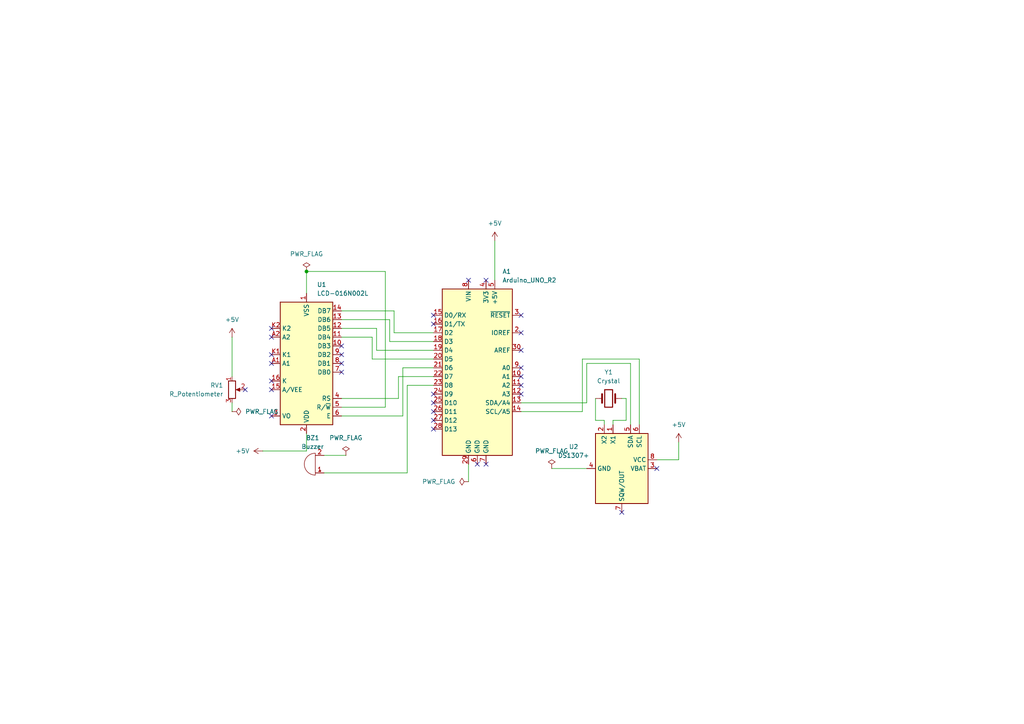
<source format=kicad_sch>
(kicad_sch
	(version 20231120)
	(generator "eeschema")
	(generator_version "8.0")
	(uuid "92fb0ac1-79d5-43e2-9da1-3a38e070acca")
	(paper "A4")
	(lib_symbols
		(symbol "Device:Buzzer"
			(pin_names
				(offset 0.0254) hide)
			(exclude_from_sim no)
			(in_bom yes)
			(on_board yes)
			(property "Reference" "BZ"
				(at 3.81 1.27 0)
				(effects
					(font
						(size 1.27 1.27)
					)
					(justify left)
				)
			)
			(property "Value" "Buzzer"
				(at 3.81 -1.27 0)
				(effects
					(font
						(size 1.27 1.27)
					)
					(justify left)
				)
			)
			(property "Footprint" ""
				(at -0.635 2.54 90)
				(effects
					(font
						(size 1.27 1.27)
					)
					(hide yes)
				)
			)
			(property "Datasheet" "~"
				(at -0.635 2.54 90)
				(effects
					(font
						(size 1.27 1.27)
					)
					(hide yes)
				)
			)
			(property "Description" "Buzzer, polarized"
				(at 0 0 0)
				(effects
					(font
						(size 1.27 1.27)
					)
					(hide yes)
				)
			)
			(property "ki_keywords" "quartz resonator ceramic"
				(at 0 0 0)
				(effects
					(font
						(size 1.27 1.27)
					)
					(hide yes)
				)
			)
			(property "ki_fp_filters" "*Buzzer*"
				(at 0 0 0)
				(effects
					(font
						(size 1.27 1.27)
					)
					(hide yes)
				)
			)
			(symbol "Buzzer_0_1"
				(arc
					(start 0 -3.175)
					(mid 3.1612 0)
					(end 0 3.175)
					(stroke
						(width 0)
						(type default)
					)
					(fill
						(type none)
					)
				)
				(polyline
					(pts
						(xy -1.651 1.905) (xy -1.143 1.905)
					)
					(stroke
						(width 0)
						(type default)
					)
					(fill
						(type none)
					)
				)
				(polyline
					(pts
						(xy -1.397 2.159) (xy -1.397 1.651)
					)
					(stroke
						(width 0)
						(type default)
					)
					(fill
						(type none)
					)
				)
				(polyline
					(pts
						(xy 0 3.175) (xy 0 -3.175)
					)
					(stroke
						(width 0)
						(type default)
					)
					(fill
						(type none)
					)
				)
			)
			(symbol "Buzzer_1_1"
				(pin passive line
					(at -2.54 2.54 0)
					(length 2.54)
					(name "+"
						(effects
							(font
								(size 1.27 1.27)
							)
						)
					)
					(number "1"
						(effects
							(font
								(size 1.27 1.27)
							)
						)
					)
				)
				(pin passive line
					(at -2.54 -2.54 0)
					(length 2.54)
					(name "-"
						(effects
							(font
								(size 1.27 1.27)
							)
						)
					)
					(number "2"
						(effects
							(font
								(size 1.27 1.27)
							)
						)
					)
				)
			)
		)
		(symbol "Device:Crystal"
			(pin_numbers hide)
			(pin_names
				(offset 1.016) hide)
			(exclude_from_sim no)
			(in_bom yes)
			(on_board yes)
			(property "Reference" "Y"
				(at 0 3.81 0)
				(effects
					(font
						(size 1.27 1.27)
					)
				)
			)
			(property "Value" "Crystal"
				(at 0 -3.81 0)
				(effects
					(font
						(size 1.27 1.27)
					)
				)
			)
			(property "Footprint" ""
				(at 0 0 0)
				(effects
					(font
						(size 1.27 1.27)
					)
					(hide yes)
				)
			)
			(property "Datasheet" "~"
				(at 0 0 0)
				(effects
					(font
						(size 1.27 1.27)
					)
					(hide yes)
				)
			)
			(property "Description" "Two pin crystal"
				(at 0 0 0)
				(effects
					(font
						(size 1.27 1.27)
					)
					(hide yes)
				)
			)
			(property "ki_keywords" "quartz ceramic resonator oscillator"
				(at 0 0 0)
				(effects
					(font
						(size 1.27 1.27)
					)
					(hide yes)
				)
			)
			(property "ki_fp_filters" "Crystal*"
				(at 0 0 0)
				(effects
					(font
						(size 1.27 1.27)
					)
					(hide yes)
				)
			)
			(symbol "Crystal_0_1"
				(rectangle
					(start -1.143 2.54)
					(end 1.143 -2.54)
					(stroke
						(width 0.3048)
						(type default)
					)
					(fill
						(type none)
					)
				)
				(polyline
					(pts
						(xy -2.54 0) (xy -1.905 0)
					)
					(stroke
						(width 0)
						(type default)
					)
					(fill
						(type none)
					)
				)
				(polyline
					(pts
						(xy -1.905 -1.27) (xy -1.905 1.27)
					)
					(stroke
						(width 0.508)
						(type default)
					)
					(fill
						(type none)
					)
				)
				(polyline
					(pts
						(xy 1.905 -1.27) (xy 1.905 1.27)
					)
					(stroke
						(width 0.508)
						(type default)
					)
					(fill
						(type none)
					)
				)
				(polyline
					(pts
						(xy 2.54 0) (xy 1.905 0)
					)
					(stroke
						(width 0)
						(type default)
					)
					(fill
						(type none)
					)
				)
			)
			(symbol "Crystal_1_1"
				(pin passive line
					(at -3.81 0 0)
					(length 1.27)
					(name "1"
						(effects
							(font
								(size 1.27 1.27)
							)
						)
					)
					(number "1"
						(effects
							(font
								(size 1.27 1.27)
							)
						)
					)
				)
				(pin passive line
					(at 3.81 0 180)
					(length 1.27)
					(name "2"
						(effects
							(font
								(size 1.27 1.27)
							)
						)
					)
					(number "2"
						(effects
							(font
								(size 1.27 1.27)
							)
						)
					)
				)
			)
		)
		(symbol "Device:R_Potentiometer"
			(pin_names
				(offset 1.016) hide)
			(exclude_from_sim no)
			(in_bom yes)
			(on_board yes)
			(property "Reference" "RV"
				(at -4.445 0 90)
				(effects
					(font
						(size 1.27 1.27)
					)
				)
			)
			(property "Value" "R_Potentiometer"
				(at -2.54 0 90)
				(effects
					(font
						(size 1.27 1.27)
					)
				)
			)
			(property "Footprint" ""
				(at 0 0 0)
				(effects
					(font
						(size 1.27 1.27)
					)
					(hide yes)
				)
			)
			(property "Datasheet" "~"
				(at 0 0 0)
				(effects
					(font
						(size 1.27 1.27)
					)
					(hide yes)
				)
			)
			(property "Description" "Potentiometer"
				(at 0 0 0)
				(effects
					(font
						(size 1.27 1.27)
					)
					(hide yes)
				)
			)
			(property "ki_keywords" "resistor variable"
				(at 0 0 0)
				(effects
					(font
						(size 1.27 1.27)
					)
					(hide yes)
				)
			)
			(property "ki_fp_filters" "Potentiometer*"
				(at 0 0 0)
				(effects
					(font
						(size 1.27 1.27)
					)
					(hide yes)
				)
			)
			(symbol "R_Potentiometer_0_1"
				(polyline
					(pts
						(xy 2.54 0) (xy 1.524 0)
					)
					(stroke
						(width 0)
						(type default)
					)
					(fill
						(type none)
					)
				)
				(polyline
					(pts
						(xy 1.143 0) (xy 2.286 0.508) (xy 2.286 -0.508) (xy 1.143 0)
					)
					(stroke
						(width 0)
						(type default)
					)
					(fill
						(type outline)
					)
				)
				(rectangle
					(start 1.016 2.54)
					(end -1.016 -2.54)
					(stroke
						(width 0.254)
						(type default)
					)
					(fill
						(type none)
					)
				)
			)
			(symbol "R_Potentiometer_1_1"
				(pin passive line
					(at 0 3.81 270)
					(length 1.27)
					(name "1"
						(effects
							(font
								(size 1.27 1.27)
							)
						)
					)
					(number "1"
						(effects
							(font
								(size 1.27 1.27)
							)
						)
					)
				)
				(pin passive line
					(at 3.81 0 180)
					(length 1.27)
					(name "2"
						(effects
							(font
								(size 1.27 1.27)
							)
						)
					)
					(number "2"
						(effects
							(font
								(size 1.27 1.27)
							)
						)
					)
				)
				(pin passive line
					(at 0 -3.81 90)
					(length 1.27)
					(name "3"
						(effects
							(font
								(size 1.27 1.27)
							)
						)
					)
					(number "3"
						(effects
							(font
								(size 1.27 1.27)
							)
						)
					)
				)
			)
		)
		(symbol "Display_Character:LCD-016N002L"
			(exclude_from_sim no)
			(in_bom yes)
			(on_board yes)
			(property "Reference" "U"
				(at -6.35 18.796 0)
				(effects
					(font
						(size 1.27 1.27)
					)
				)
			)
			(property "Value" "LCD-016N002L"
				(at 8.636 18.796 0)
				(effects
					(font
						(size 1.27 1.27)
					)
				)
			)
			(property "Footprint" "Display:LCD-016N002L"
				(at 0.508 -23.368 0)
				(effects
					(font
						(size 1.27 1.27)
					)
					(hide yes)
				)
			)
			(property "Datasheet" "http://www.vishay.com/docs/37299/37299.pdf"
				(at 12.7 -7.62 0)
				(effects
					(font
						(size 1.27 1.27)
					)
					(hide yes)
				)
			)
			(property "Description" "LCD 12x2, 8 bit parallel bus, 3V or 5V VDD"
				(at 0 0 0)
				(effects
					(font
						(size 1.27 1.27)
					)
					(hide yes)
				)
			)
			(property "ki_keywords" "display LCD dot-matrix"
				(at 0 0 0)
				(effects
					(font
						(size 1.27 1.27)
					)
					(hide yes)
				)
			)
			(property "ki_fp_filters" "*LCD*016N002L*"
				(at 0 0 0)
				(effects
					(font
						(size 1.27 1.27)
					)
					(hide yes)
				)
			)
			(symbol "LCD-016N002L_1_1"
				(rectangle
					(start -7.62 17.78)
					(end 7.62 -17.78)
					(stroke
						(width 0.254)
						(type default)
					)
					(fill
						(type background)
					)
				)
				(pin power_in line
					(at 0 -20.32 90)
					(length 2.54)
					(name "VSS"
						(effects
							(font
								(size 1.27 1.27)
							)
						)
					)
					(number "1"
						(effects
							(font
								(size 1.27 1.27)
							)
						)
					)
				)
				(pin bidirectional line
					(at -10.16 -5.08 0)
					(length 2.54)
					(name "DB3"
						(effects
							(font
								(size 1.27 1.27)
							)
						)
					)
					(number "10"
						(effects
							(font
								(size 1.27 1.27)
							)
						)
					)
				)
				(pin bidirectional line
					(at -10.16 -7.62 0)
					(length 2.54)
					(name "DB4"
						(effects
							(font
								(size 1.27 1.27)
							)
						)
					)
					(number "11"
						(effects
							(font
								(size 1.27 1.27)
							)
						)
					)
				)
				(pin bidirectional line
					(at -10.16 -10.16 0)
					(length 2.54)
					(name "DB5"
						(effects
							(font
								(size 1.27 1.27)
							)
						)
					)
					(number "12"
						(effects
							(font
								(size 1.27 1.27)
							)
						)
					)
				)
				(pin bidirectional line
					(at -10.16 -12.7 0)
					(length 2.54)
					(name "DB6"
						(effects
							(font
								(size 1.27 1.27)
							)
						)
					)
					(number "13"
						(effects
							(font
								(size 1.27 1.27)
							)
						)
					)
				)
				(pin bidirectional line
					(at -10.16 -15.24 0)
					(length 2.54)
					(name "DB7"
						(effects
							(font
								(size 1.27 1.27)
							)
						)
					)
					(number "14"
						(effects
							(font
								(size 1.27 1.27)
							)
						)
					)
				)
				(pin power_in line
					(at 10.16 7.62 180)
					(length 2.54)
					(name "A/VEE"
						(effects
							(font
								(size 1.27 1.27)
							)
						)
					)
					(number "15"
						(effects
							(font
								(size 1.27 1.27)
							)
						)
					)
				)
				(pin power_in line
					(at 10.16 5.08 180)
					(length 2.54)
					(name "K"
						(effects
							(font
								(size 1.27 1.27)
							)
						)
					)
					(number "16"
						(effects
							(font
								(size 1.27 1.27)
							)
						)
					)
				)
				(pin power_in line
					(at 0 20.32 270)
					(length 2.54)
					(name "VDD"
						(effects
							(font
								(size 1.27 1.27)
							)
						)
					)
					(number "2"
						(effects
							(font
								(size 1.27 1.27)
							)
						)
					)
				)
				(pin input line
					(at 10.16 15.24 180)
					(length 2.54)
					(name "VO"
						(effects
							(font
								(size 1.27 1.27)
							)
						)
					)
					(number "3"
						(effects
							(font
								(size 1.27 1.27)
							)
						)
					)
				)
				(pin input line
					(at -10.16 10.16 0)
					(length 2.54)
					(name "RS"
						(effects
							(font
								(size 1.27 1.27)
							)
						)
					)
					(number "4"
						(effects
							(font
								(size 1.27 1.27)
							)
						)
					)
				)
				(pin input line
					(at -10.16 12.7 0)
					(length 2.54)
					(name "R/~{W}"
						(effects
							(font
								(size 1.27 1.27)
							)
						)
					)
					(number "5"
						(effects
							(font
								(size 1.27 1.27)
							)
						)
					)
				)
				(pin input line
					(at -10.16 15.24 0)
					(length 2.54)
					(name "E"
						(effects
							(font
								(size 1.27 1.27)
							)
						)
					)
					(number "6"
						(effects
							(font
								(size 1.27 1.27)
							)
						)
					)
				)
				(pin bidirectional line
					(at -10.16 2.54 0)
					(length 2.54)
					(name "DB0"
						(effects
							(font
								(size 1.27 1.27)
							)
						)
					)
					(number "7"
						(effects
							(font
								(size 1.27 1.27)
							)
						)
					)
				)
				(pin bidirectional line
					(at -10.16 0 0)
					(length 2.54)
					(name "DB1"
						(effects
							(font
								(size 1.27 1.27)
							)
						)
					)
					(number "8"
						(effects
							(font
								(size 1.27 1.27)
							)
						)
					)
				)
				(pin bidirectional line
					(at -10.16 -2.54 0)
					(length 2.54)
					(name "DB2"
						(effects
							(font
								(size 1.27 1.27)
							)
						)
					)
					(number "9"
						(effects
							(font
								(size 1.27 1.27)
							)
						)
					)
				)
				(pin power_in line
					(at 10.16 0 180)
					(length 2.54)
					(name "A1"
						(effects
							(font
								(size 1.27 1.27)
							)
						)
					)
					(number "A1"
						(effects
							(font
								(size 1.27 1.27)
							)
						)
					)
				)
				(pin power_in line
					(at 10.16 -7.62 180)
					(length 2.54)
					(name "A2"
						(effects
							(font
								(size 1.27 1.27)
							)
						)
					)
					(number "A2"
						(effects
							(font
								(size 1.27 1.27)
							)
						)
					)
				)
				(pin power_in line
					(at 10.16 -2.54 180)
					(length 2.54)
					(name "K1"
						(effects
							(font
								(size 1.27 1.27)
							)
						)
					)
					(number "K1"
						(effects
							(font
								(size 1.27 1.27)
							)
						)
					)
				)
				(pin power_in line
					(at 10.16 -10.16 180)
					(length 2.54)
					(name "K2"
						(effects
							(font
								(size 1.27 1.27)
							)
						)
					)
					(number "K2"
						(effects
							(font
								(size 1.27 1.27)
							)
						)
					)
				)
			)
		)
		(symbol "MCU_Module:Arduino_UNO_R2"
			(exclude_from_sim no)
			(in_bom yes)
			(on_board yes)
			(property "Reference" "A"
				(at -10.16 23.495 0)
				(effects
					(font
						(size 1.27 1.27)
					)
					(justify left bottom)
				)
			)
			(property "Value" "Arduino_UNO_R2"
				(at 5.08 -26.67 0)
				(effects
					(font
						(size 1.27 1.27)
					)
					(justify left top)
				)
			)
			(property "Footprint" "Module:Arduino_UNO_R2"
				(at 0 0 0)
				(effects
					(font
						(size 1.27 1.27)
						(italic yes)
					)
					(hide yes)
				)
			)
			(property "Datasheet" "https://www.arduino.cc/en/Main/arduinoBoardUno"
				(at 0 0 0)
				(effects
					(font
						(size 1.27 1.27)
					)
					(hide yes)
				)
			)
			(property "Description" "Arduino UNO Microcontroller Module, release 2"
				(at 0 0 0)
				(effects
					(font
						(size 1.27 1.27)
					)
					(hide yes)
				)
			)
			(property "ki_keywords" "Arduino UNO R3 Microcontroller Module Atmel AVR USB"
				(at 0 0 0)
				(effects
					(font
						(size 1.27 1.27)
					)
					(hide yes)
				)
			)
			(property "ki_fp_filters" "Arduino*UNO*R2*"
				(at 0 0 0)
				(effects
					(font
						(size 1.27 1.27)
					)
					(hide yes)
				)
			)
			(symbol "Arduino_UNO_R2_0_1"
				(rectangle
					(start -10.16 22.86)
					(end 10.16 -25.4)
					(stroke
						(width 0.254)
						(type default)
					)
					(fill
						(type background)
					)
				)
			)
			(symbol "Arduino_UNO_R2_1_1"
				(pin no_connect line
					(at -10.16 -20.32 0)
					(length 2.54) hide
					(name "NC"
						(effects
							(font
								(size 1.27 1.27)
							)
						)
					)
					(number "1"
						(effects
							(font
								(size 1.27 1.27)
							)
						)
					)
				)
				(pin bidirectional line
					(at 12.7 -2.54 180)
					(length 2.54)
					(name "A1"
						(effects
							(font
								(size 1.27 1.27)
							)
						)
					)
					(number "10"
						(effects
							(font
								(size 1.27 1.27)
							)
						)
					)
				)
				(pin bidirectional line
					(at 12.7 -5.08 180)
					(length 2.54)
					(name "A2"
						(effects
							(font
								(size 1.27 1.27)
							)
						)
					)
					(number "11"
						(effects
							(font
								(size 1.27 1.27)
							)
						)
					)
				)
				(pin bidirectional line
					(at 12.7 -7.62 180)
					(length 2.54)
					(name "A3"
						(effects
							(font
								(size 1.27 1.27)
							)
						)
					)
					(number "12"
						(effects
							(font
								(size 1.27 1.27)
							)
						)
					)
				)
				(pin bidirectional line
					(at 12.7 -10.16 180)
					(length 2.54)
					(name "SDA/A4"
						(effects
							(font
								(size 1.27 1.27)
							)
						)
					)
					(number "13"
						(effects
							(font
								(size 1.27 1.27)
							)
						)
					)
				)
				(pin bidirectional line
					(at 12.7 -12.7 180)
					(length 2.54)
					(name "SCL/A5"
						(effects
							(font
								(size 1.27 1.27)
							)
						)
					)
					(number "14"
						(effects
							(font
								(size 1.27 1.27)
							)
						)
					)
				)
				(pin bidirectional line
					(at -12.7 15.24 0)
					(length 2.54)
					(name "D0/RX"
						(effects
							(font
								(size 1.27 1.27)
							)
						)
					)
					(number "15"
						(effects
							(font
								(size 1.27 1.27)
							)
						)
					)
				)
				(pin bidirectional line
					(at -12.7 12.7 0)
					(length 2.54)
					(name "D1/TX"
						(effects
							(font
								(size 1.27 1.27)
							)
						)
					)
					(number "16"
						(effects
							(font
								(size 1.27 1.27)
							)
						)
					)
				)
				(pin bidirectional line
					(at -12.7 10.16 0)
					(length 2.54)
					(name "D2"
						(effects
							(font
								(size 1.27 1.27)
							)
						)
					)
					(number "17"
						(effects
							(font
								(size 1.27 1.27)
							)
						)
					)
				)
				(pin bidirectional line
					(at -12.7 7.62 0)
					(length 2.54)
					(name "D3"
						(effects
							(font
								(size 1.27 1.27)
							)
						)
					)
					(number "18"
						(effects
							(font
								(size 1.27 1.27)
							)
						)
					)
				)
				(pin bidirectional line
					(at -12.7 5.08 0)
					(length 2.54)
					(name "D4"
						(effects
							(font
								(size 1.27 1.27)
							)
						)
					)
					(number "19"
						(effects
							(font
								(size 1.27 1.27)
							)
						)
					)
				)
				(pin output line
					(at 12.7 10.16 180)
					(length 2.54)
					(name "IOREF"
						(effects
							(font
								(size 1.27 1.27)
							)
						)
					)
					(number "2"
						(effects
							(font
								(size 1.27 1.27)
							)
						)
					)
				)
				(pin bidirectional line
					(at -12.7 2.54 0)
					(length 2.54)
					(name "D5"
						(effects
							(font
								(size 1.27 1.27)
							)
						)
					)
					(number "20"
						(effects
							(font
								(size 1.27 1.27)
							)
						)
					)
				)
				(pin bidirectional line
					(at -12.7 0 0)
					(length 2.54)
					(name "D6"
						(effects
							(font
								(size 1.27 1.27)
							)
						)
					)
					(number "21"
						(effects
							(font
								(size 1.27 1.27)
							)
						)
					)
				)
				(pin bidirectional line
					(at -12.7 -2.54 0)
					(length 2.54)
					(name "D7"
						(effects
							(font
								(size 1.27 1.27)
							)
						)
					)
					(number "22"
						(effects
							(font
								(size 1.27 1.27)
							)
						)
					)
				)
				(pin bidirectional line
					(at -12.7 -5.08 0)
					(length 2.54)
					(name "D8"
						(effects
							(font
								(size 1.27 1.27)
							)
						)
					)
					(number "23"
						(effects
							(font
								(size 1.27 1.27)
							)
						)
					)
				)
				(pin bidirectional line
					(at -12.7 -7.62 0)
					(length 2.54)
					(name "D9"
						(effects
							(font
								(size 1.27 1.27)
							)
						)
					)
					(number "24"
						(effects
							(font
								(size 1.27 1.27)
							)
						)
					)
				)
				(pin bidirectional line
					(at -12.7 -10.16 0)
					(length 2.54)
					(name "D10"
						(effects
							(font
								(size 1.27 1.27)
							)
						)
					)
					(number "25"
						(effects
							(font
								(size 1.27 1.27)
							)
						)
					)
				)
				(pin bidirectional line
					(at -12.7 -12.7 0)
					(length 2.54)
					(name "D11"
						(effects
							(font
								(size 1.27 1.27)
							)
						)
					)
					(number "26"
						(effects
							(font
								(size 1.27 1.27)
							)
						)
					)
				)
				(pin bidirectional line
					(at -12.7 -15.24 0)
					(length 2.54)
					(name "D12"
						(effects
							(font
								(size 1.27 1.27)
							)
						)
					)
					(number "27"
						(effects
							(font
								(size 1.27 1.27)
							)
						)
					)
				)
				(pin bidirectional line
					(at -12.7 -17.78 0)
					(length 2.54)
					(name "D13"
						(effects
							(font
								(size 1.27 1.27)
							)
						)
					)
					(number "28"
						(effects
							(font
								(size 1.27 1.27)
							)
						)
					)
				)
				(pin power_in line
					(at -2.54 -27.94 90)
					(length 2.54)
					(name "GND"
						(effects
							(font
								(size 1.27 1.27)
							)
						)
					)
					(number "29"
						(effects
							(font
								(size 1.27 1.27)
							)
						)
					)
				)
				(pin input line
					(at 12.7 15.24 180)
					(length 2.54)
					(name "~{RESET}"
						(effects
							(font
								(size 1.27 1.27)
							)
						)
					)
					(number "3"
						(effects
							(font
								(size 1.27 1.27)
							)
						)
					)
				)
				(pin input line
					(at 12.7 5.08 180)
					(length 2.54)
					(name "AREF"
						(effects
							(font
								(size 1.27 1.27)
							)
						)
					)
					(number "30"
						(effects
							(font
								(size 1.27 1.27)
							)
						)
					)
				)
				(pin power_out line
					(at 2.54 25.4 270)
					(length 2.54)
					(name "3V3"
						(effects
							(font
								(size 1.27 1.27)
							)
						)
					)
					(number "4"
						(effects
							(font
								(size 1.27 1.27)
							)
						)
					)
				)
				(pin power_out line
					(at 5.08 25.4 270)
					(length 2.54)
					(name "+5V"
						(effects
							(font
								(size 1.27 1.27)
							)
						)
					)
					(number "5"
						(effects
							(font
								(size 1.27 1.27)
							)
						)
					)
				)
				(pin power_in line
					(at 0 -27.94 90)
					(length 2.54)
					(name "GND"
						(effects
							(font
								(size 1.27 1.27)
							)
						)
					)
					(number "6"
						(effects
							(font
								(size 1.27 1.27)
							)
						)
					)
				)
				(pin power_in line
					(at 2.54 -27.94 90)
					(length 2.54)
					(name "GND"
						(effects
							(font
								(size 1.27 1.27)
							)
						)
					)
					(number "7"
						(effects
							(font
								(size 1.27 1.27)
							)
						)
					)
				)
				(pin power_in line
					(at -2.54 25.4 270)
					(length 2.54)
					(name "VIN"
						(effects
							(font
								(size 1.27 1.27)
							)
						)
					)
					(number "8"
						(effects
							(font
								(size 1.27 1.27)
							)
						)
					)
				)
				(pin bidirectional line
					(at 12.7 0 180)
					(length 2.54)
					(name "A0"
						(effects
							(font
								(size 1.27 1.27)
							)
						)
					)
					(number "9"
						(effects
							(font
								(size 1.27 1.27)
							)
						)
					)
				)
			)
		)
		(symbol "Timer_RTC:DS1307+"
			(exclude_from_sim no)
			(in_bom yes)
			(on_board yes)
			(property "Reference" "U"
				(at -8.89 8.89 0)
				(effects
					(font
						(size 1.27 1.27)
					)
				)
			)
			(property "Value" "DS1307+"
				(at 1.27 8.89 0)
				(effects
					(font
						(size 1.27 1.27)
					)
					(justify left)
				)
			)
			(property "Footprint" "Package_DIP:DIP-8_W7.62mm"
				(at 0 -12.7 0)
				(effects
					(font
						(size 1.27 1.27)
					)
					(hide yes)
				)
			)
			(property "Datasheet" "https://datasheets.maximintegrated.com/en/ds/DS1307.pdf"
				(at 0 -5.08 0)
				(effects
					(font
						(size 1.27 1.27)
					)
					(hide yes)
				)
			)
			(property "Description" "64 x 8, Serial, I2C Real-time clock, 4.5V to 5.5V VCC, 0°C to +70°C, DIP-8"
				(at 0 0 0)
				(effects
					(font
						(size 1.27 1.27)
					)
					(hide yes)
				)
			)
			(property "ki_keywords" "RTC, Trickle-Charge Timekeeping Chip"
				(at 0 0 0)
				(effects
					(font
						(size 1.27 1.27)
					)
					(hide yes)
				)
			)
			(property "ki_fp_filters" "DIP*W7.62mm*"
				(at 0 0 0)
				(effects
					(font
						(size 1.27 1.27)
					)
					(hide yes)
				)
			)
			(symbol "DS1307+_0_1"
				(rectangle
					(start -10.16 7.62)
					(end 10.16 -7.62)
					(stroke
						(width 0.254)
						(type default)
					)
					(fill
						(type background)
					)
				)
			)
			(symbol "DS1307+_1_1"
				(pin input line
					(at -12.7 -2.54 0)
					(length 2.54)
					(name "X1"
						(effects
							(font
								(size 1.27 1.27)
							)
						)
					)
					(number "1"
						(effects
							(font
								(size 1.27 1.27)
							)
						)
					)
				)
				(pin input line
					(at -12.7 -5.08 0)
					(length 2.54)
					(name "X2"
						(effects
							(font
								(size 1.27 1.27)
							)
						)
					)
					(number "2"
						(effects
							(font
								(size 1.27 1.27)
							)
						)
					)
				)
				(pin power_in line
					(at 0 10.16 270)
					(length 2.54)
					(name "VBAT"
						(effects
							(font
								(size 1.27 1.27)
							)
						)
					)
					(number "3"
						(effects
							(font
								(size 1.27 1.27)
							)
						)
					)
				)
				(pin power_in line
					(at 0 -10.16 90)
					(length 2.54)
					(name "GND"
						(effects
							(font
								(size 1.27 1.27)
							)
						)
					)
					(number "4"
						(effects
							(font
								(size 1.27 1.27)
							)
						)
					)
				)
				(pin bidirectional line
					(at -12.7 2.54 0)
					(length 2.54)
					(name "SDA"
						(effects
							(font
								(size 1.27 1.27)
							)
						)
					)
					(number "5"
						(effects
							(font
								(size 1.27 1.27)
							)
						)
					)
				)
				(pin input line
					(at -12.7 5.08 0)
					(length 2.54)
					(name "SCL"
						(effects
							(font
								(size 1.27 1.27)
							)
						)
					)
					(number "6"
						(effects
							(font
								(size 1.27 1.27)
							)
						)
					)
				)
				(pin open_collector line
					(at 12.7 0 180)
					(length 2.54)
					(name "SQW/OUT"
						(effects
							(font
								(size 1.27 1.27)
							)
						)
					)
					(number "7"
						(effects
							(font
								(size 1.27 1.27)
							)
						)
					)
				)
				(pin power_in line
					(at -2.54 10.16 270)
					(length 2.54)
					(name "VCC"
						(effects
							(font
								(size 1.27 1.27)
							)
						)
					)
					(number "8"
						(effects
							(font
								(size 1.27 1.27)
							)
						)
					)
				)
			)
		)
		(symbol "power:+5V"
			(power)
			(pin_numbers hide)
			(pin_names
				(offset 0) hide)
			(exclude_from_sim no)
			(in_bom yes)
			(on_board yes)
			(property "Reference" "#PWR"
				(at 0 -3.81 0)
				(effects
					(font
						(size 1.27 1.27)
					)
					(hide yes)
				)
			)
			(property "Value" "+5V"
				(at 0 3.556 0)
				(effects
					(font
						(size 1.27 1.27)
					)
				)
			)
			(property "Footprint" ""
				(at 0 0 0)
				(effects
					(font
						(size 1.27 1.27)
					)
					(hide yes)
				)
			)
			(property "Datasheet" ""
				(at 0 0 0)
				(effects
					(font
						(size 1.27 1.27)
					)
					(hide yes)
				)
			)
			(property "Description" "Power symbol creates a global label with name \"+5V\""
				(at 0 0 0)
				(effects
					(font
						(size 1.27 1.27)
					)
					(hide yes)
				)
			)
			(property "ki_keywords" "global power"
				(at 0 0 0)
				(effects
					(font
						(size 1.27 1.27)
					)
					(hide yes)
				)
			)
			(symbol "+5V_0_1"
				(polyline
					(pts
						(xy -0.762 1.27) (xy 0 2.54)
					)
					(stroke
						(width 0)
						(type default)
					)
					(fill
						(type none)
					)
				)
				(polyline
					(pts
						(xy 0 0) (xy 0 2.54)
					)
					(stroke
						(width 0)
						(type default)
					)
					(fill
						(type none)
					)
				)
				(polyline
					(pts
						(xy 0 2.54) (xy 0.762 1.27)
					)
					(stroke
						(width 0)
						(type default)
					)
					(fill
						(type none)
					)
				)
			)
			(symbol "+5V_1_1"
				(pin power_in line
					(at 0 0 90)
					(length 0)
					(name "~"
						(effects
							(font
								(size 1.27 1.27)
							)
						)
					)
					(number "1"
						(effects
							(font
								(size 1.27 1.27)
							)
						)
					)
				)
			)
		)
		(symbol "power:PWR_FLAG"
			(power)
			(pin_numbers hide)
			(pin_names
				(offset 0) hide)
			(exclude_from_sim no)
			(in_bom yes)
			(on_board yes)
			(property "Reference" "#FLG"
				(at 0 1.905 0)
				(effects
					(font
						(size 1.27 1.27)
					)
					(hide yes)
				)
			)
			(property "Value" "PWR_FLAG"
				(at 0 3.81 0)
				(effects
					(font
						(size 1.27 1.27)
					)
				)
			)
			(property "Footprint" ""
				(at 0 0 0)
				(effects
					(font
						(size 1.27 1.27)
					)
					(hide yes)
				)
			)
			(property "Datasheet" "~"
				(at 0 0 0)
				(effects
					(font
						(size 1.27 1.27)
					)
					(hide yes)
				)
			)
			(property "Description" "Special symbol for telling ERC where power comes from"
				(at 0 0 0)
				(effects
					(font
						(size 1.27 1.27)
					)
					(hide yes)
				)
			)
			(property "ki_keywords" "flag power"
				(at 0 0 0)
				(effects
					(font
						(size 1.27 1.27)
					)
					(hide yes)
				)
			)
			(symbol "PWR_FLAG_0_0"
				(pin power_out line
					(at 0 0 90)
					(length 0)
					(name "~"
						(effects
							(font
								(size 1.27 1.27)
							)
						)
					)
					(number "1"
						(effects
							(font
								(size 1.27 1.27)
							)
						)
					)
				)
			)
			(symbol "PWR_FLAG_0_1"
				(polyline
					(pts
						(xy 0 0) (xy 0 1.27) (xy -1.016 1.905) (xy 0 2.54) (xy 1.016 1.905) (xy 0 1.27)
					)
					(stroke
						(width 0)
						(type default)
					)
					(fill
						(type none)
					)
				)
			)
		)
	)
	(junction
		(at 88.9 78.74)
		(diameter 0)
		(color 0 0 0 0)
		(uuid "f50f7989-18bf-4c07-9754-b4669fbbb44d")
	)
	(no_connect
		(at 125.73 116.84)
		(uuid "046f4cd3-d3a5-4871-a045-f8663ffd2c73")
	)
	(no_connect
		(at 99.06 105.41)
		(uuid "144ae4fd-f24c-4074-8f64-e20d398b79a9")
	)
	(no_connect
		(at 78.74 95.25)
		(uuid "162aebd6-881f-4297-a614-b03c0153c59b")
	)
	(no_connect
		(at 151.13 106.68)
		(uuid "1e5e45c2-a14f-4116-b6cb-eaf97670c2ca")
	)
	(no_connect
		(at 71.12 113.03)
		(uuid "217d8153-3921-4009-b4a9-649316233c36")
	)
	(no_connect
		(at 151.13 101.6)
		(uuid "29ac415f-3ecb-42c0-bf8e-eb4605371a94")
	)
	(no_connect
		(at 125.73 121.92)
		(uuid "2cb69ce6-275e-4130-a7bf-d0c90e7eed47")
	)
	(no_connect
		(at 78.74 120.65)
		(uuid "2e58b6d6-022c-476b-bf69-92f8ab1f719b")
	)
	(no_connect
		(at 125.73 114.3)
		(uuid "305aadaa-4686-4415-b2d7-43c6c3f37075")
	)
	(no_connect
		(at 125.73 91.44)
		(uuid "351841b6-1599-4e95-9834-595b67ce7d6a")
	)
	(no_connect
		(at 135.89 81.28)
		(uuid "428f2c6d-f7a9-4c27-a884-d34f36a4f7da")
	)
	(no_connect
		(at 151.13 114.3)
		(uuid "43aeba61-a38c-4736-aadc-6bc7e8993eff")
	)
	(no_connect
		(at 151.13 111.76)
		(uuid "4ee8daa7-1ef4-4100-9bbd-882f4fc10def")
	)
	(no_connect
		(at 151.13 96.52)
		(uuid "56b1d6fb-8a9e-4ec2-81bb-2a21977b9e3b")
	)
	(no_connect
		(at 99.06 100.33)
		(uuid "5cbfcf47-246f-4ed1-bf6e-4ed6ffbf7510")
	)
	(no_connect
		(at 78.74 102.87)
		(uuid "7209f856-fe67-4d6a-964d-2d3a35a0230e")
	)
	(no_connect
		(at 151.13 109.22)
		(uuid "73d3cce7-e8cb-4de0-bdcb-1f89c99f91f5")
	)
	(no_connect
		(at 138.43 134.62)
		(uuid "8148dd85-206f-4670-82ec-eec0633cb060")
	)
	(no_connect
		(at 78.74 97.79)
		(uuid "8b7f1ec9-39bc-4e1c-a2a6-a794534e8885")
	)
	(no_connect
		(at 125.73 93.98)
		(uuid "8e4c999a-964b-4324-ad08-37c68e3cad42")
	)
	(no_connect
		(at 140.97 81.28)
		(uuid "9d5977d9-eed5-4525-a104-d0f94355734c")
	)
	(no_connect
		(at 78.74 105.41)
		(uuid "a76adf40-29d1-42bb-8fc5-f8fffcc38d7a")
	)
	(no_connect
		(at 78.74 110.49)
		(uuid "aaccffca-7b90-41c9-9850-48a3f30733ea")
	)
	(no_connect
		(at 125.73 124.46)
		(uuid "ad677d02-64a7-4e2c-acb7-0bcdc40887dd")
	)
	(no_connect
		(at 99.06 102.87)
		(uuid "b4f018b4-8d88-48d3-93e8-78ecef1452e3")
	)
	(no_connect
		(at 190.5 135.89)
		(uuid "bc8f30d2-456c-4f95-89e6-ead69481d648")
	)
	(no_connect
		(at 140.97 134.62)
		(uuid "ce4f2bb7-5cf1-470c-8932-b138bfc96d1d")
	)
	(no_connect
		(at 151.13 91.44)
		(uuid "cef2a596-f752-4252-afc6-ab146ef1420b")
	)
	(no_connect
		(at 78.74 113.03)
		(uuid "d8e8caa1-b82c-4469-af61-00afae84d9ca")
	)
	(no_connect
		(at 125.73 119.38)
		(uuid "e0cc2634-f948-4f3a-8004-238c3a84e69e")
	)
	(no_connect
		(at 180.34 148.59)
		(uuid "e1e6eb29-2d90-4712-86e5-f00b8a5ec110")
	)
	(no_connect
		(at 99.06 107.95)
		(uuid "ffb5dadf-5453-40c1-bba1-00cb45c12d57")
	)
	(wire
		(pts
			(xy 125.73 104.14) (xy 107.95 104.14)
		)
		(stroke
			(width 0)
			(type default)
		)
		(uuid "02a0ee4c-48ac-4eae-9f31-bd6cab6506d6")
	)
	(wire
		(pts
			(xy 107.95 104.14) (xy 107.95 97.79)
		)
		(stroke
			(width 0)
			(type default)
		)
		(uuid "03f9303b-8c92-41ad-9970-7c5e91ecf52e")
	)
	(wire
		(pts
			(xy 115.57 109.22) (xy 125.73 109.22)
		)
		(stroke
			(width 0)
			(type default)
		)
		(uuid "04e4ae7e-e42f-4a4a-a976-9a797fe0a6b0")
	)
	(wire
		(pts
			(xy 118.11 137.16) (xy 118.11 111.76)
		)
		(stroke
			(width 0)
			(type default)
		)
		(uuid "0ead99f6-3015-4644-9381-6b1e6203d06b")
	)
	(wire
		(pts
			(xy 93.98 132.08) (xy 100.33 132.08)
		)
		(stroke
			(width 0)
			(type default)
		)
		(uuid "19ac3a76-b401-4416-bf3b-eb63db41f359")
	)
	(wire
		(pts
			(xy 168.91 119.38) (xy 151.13 119.38)
		)
		(stroke
			(width 0)
			(type default)
		)
		(uuid "1b2fed6c-db16-4f54-b6c5-c5734c344f45")
	)
	(wire
		(pts
			(xy 182.88 105.41) (xy 182.88 123.19)
		)
		(stroke
			(width 0)
			(type default)
		)
		(uuid "29836028-f71d-4ab0-bff2-9f079b0395e7")
	)
	(wire
		(pts
			(xy 125.73 101.6) (xy 109.22 101.6)
		)
		(stroke
			(width 0)
			(type default)
		)
		(uuid "2eb6ef47-aad7-456f-b149-3336a406afd2")
	)
	(wire
		(pts
			(xy 107.95 97.79) (xy 99.06 97.79)
		)
		(stroke
			(width 0)
			(type default)
		)
		(uuid "302188eb-8694-4fee-b2d4-97210b8143b2")
	)
	(wire
		(pts
			(xy 99.06 115.57) (xy 115.57 115.57)
		)
		(stroke
			(width 0)
			(type default)
		)
		(uuid "380f5ca8-2f03-41be-b910-e7edcf301173")
	)
	(wire
		(pts
			(xy 125.73 96.52) (xy 114.3 96.52)
		)
		(stroke
			(width 0)
			(type default)
		)
		(uuid "3a994352-7a11-4c13-93e1-da0b83100b75")
	)
	(wire
		(pts
			(xy 67.31 116.84) (xy 67.31 119.38)
		)
		(stroke
			(width 0)
			(type default)
		)
		(uuid "3cd3befb-8f10-40f2-9558-f7bac6731f7e")
	)
	(wire
		(pts
			(xy 181.61 121.92) (xy 177.8 121.92)
		)
		(stroke
			(width 0)
			(type default)
		)
		(uuid "45a82cfd-6684-4b9c-941d-ab18b0d5faaa")
	)
	(wire
		(pts
			(xy 99.06 90.17) (xy 114.3 90.17)
		)
		(stroke
			(width 0)
			(type default)
		)
		(uuid "49388859-9b34-4e11-8186-1b299840d074")
	)
	(wire
		(pts
			(xy 67.31 97.79) (xy 67.31 109.22)
		)
		(stroke
			(width 0)
			(type default)
		)
		(uuid "4c3d2159-a7ea-4517-8da2-4c4bef36d40f")
	)
	(wire
		(pts
			(xy 172.72 115.57) (xy 172.72 121.92)
		)
		(stroke
			(width 0)
			(type default)
		)
		(uuid "52545ad4-fde3-4d1d-a384-6f22ff40406b")
	)
	(wire
		(pts
			(xy 116.84 106.68) (xy 125.73 106.68)
		)
		(stroke
			(width 0)
			(type default)
		)
		(uuid "534ddac1-c3cf-4f2c-9df7-2cb6900fff5b")
	)
	(wire
		(pts
			(xy 113.03 92.71) (xy 99.06 92.71)
		)
		(stroke
			(width 0)
			(type default)
		)
		(uuid "5350718b-3c8b-4dce-be0d-409f484bb7ca")
	)
	(wire
		(pts
			(xy 111.76 118.11) (xy 111.76 78.74)
		)
		(stroke
			(width 0)
			(type default)
		)
		(uuid "540ab19c-2ced-456e-9a5c-0791234111a6")
	)
	(wire
		(pts
			(xy 114.3 96.52) (xy 114.3 90.17)
		)
		(stroke
			(width 0)
			(type default)
		)
		(uuid "5703b167-b30e-401c-b0a6-53e4b86c6559")
	)
	(wire
		(pts
			(xy 116.84 120.65) (xy 116.84 106.68)
		)
		(stroke
			(width 0)
			(type default)
		)
		(uuid "6ab337c8-3af3-4dce-8543-0149635786b8")
	)
	(wire
		(pts
			(xy 88.9 125.73) (xy 88.9 130.81)
		)
		(stroke
			(width 0)
			(type default)
		)
		(uuid "731b2d9b-1f56-4f96-bb89-81a2d6f8a6e3")
	)
	(wire
		(pts
			(xy 115.57 115.57) (xy 115.57 109.22)
		)
		(stroke
			(width 0)
			(type default)
		)
		(uuid "7573b72f-929f-45bd-9dd9-394f034a16cb")
	)
	(wire
		(pts
			(xy 88.9 78.74) (xy 88.9 85.09)
		)
		(stroke
			(width 0)
			(type default)
		)
		(uuid "7ad044fc-c4d5-4862-9a1f-8608e4fa23df")
	)
	(wire
		(pts
			(xy 125.73 111.76) (xy 118.11 111.76)
		)
		(stroke
			(width 0)
			(type default)
		)
		(uuid "7c2af8ad-0e3a-49af-982a-e589eb5770dd")
	)
	(wire
		(pts
			(xy 181.61 115.57) (xy 181.61 121.92)
		)
		(stroke
			(width 0)
			(type default)
		)
		(uuid "7d04d61d-f0a3-4f4f-b56b-53a32a308463")
	)
	(wire
		(pts
			(xy 109.22 101.6) (xy 109.22 95.25)
		)
		(stroke
			(width 0)
			(type default)
		)
		(uuid "8523b5c0-d246-4119-ad10-e5e2b980b3bb")
	)
	(wire
		(pts
			(xy 88.9 130.81) (xy 76.2 130.81)
		)
		(stroke
			(width 0)
			(type default)
		)
		(uuid "86f4df81-ef04-4bef-b3c1-900447f45793")
	)
	(wire
		(pts
			(xy 170.18 116.84) (xy 170.18 105.41)
		)
		(stroke
			(width 0)
			(type default)
		)
		(uuid "8c2a5d42-d66f-48b8-907f-5684bfcb1e2c")
	)
	(wire
		(pts
			(xy 185.42 104.14) (xy 168.91 104.14)
		)
		(stroke
			(width 0)
			(type default)
		)
		(uuid "8dd68505-0015-49d8-ae77-55860901106c")
	)
	(wire
		(pts
			(xy 151.13 116.84) (xy 170.18 116.84)
		)
		(stroke
			(width 0)
			(type default)
		)
		(uuid "8e4302eb-d8dd-44c7-a0e4-f8ee2a0b9458")
	)
	(wire
		(pts
			(xy 93.98 137.16) (xy 118.11 137.16)
		)
		(stroke
			(width 0)
			(type default)
		)
		(uuid "9ddac49a-d4f0-44e3-a209-b7dba65406ac")
	)
	(wire
		(pts
			(xy 135.89 134.62) (xy 135.89 139.7)
		)
		(stroke
			(width 0)
			(type default)
		)
		(uuid "a2e84429-1973-421a-812b-0aa90f4ed30c")
	)
	(wire
		(pts
			(xy 111.76 78.74) (xy 88.9 78.74)
		)
		(stroke
			(width 0)
			(type default)
		)
		(uuid "a870d69f-b1a3-41d0-a6f6-e8a3d8dc442e")
	)
	(wire
		(pts
			(xy 125.73 99.06) (xy 113.03 99.06)
		)
		(stroke
			(width 0)
			(type default)
		)
		(uuid "b0685ff2-8968-4563-90fb-fa608a4b8556")
	)
	(wire
		(pts
			(xy 175.26 121.92) (xy 175.26 123.19)
		)
		(stroke
			(width 0)
			(type default)
		)
		(uuid "b330b8f6-f3b9-4f02-9052-c569f78e1351")
	)
	(wire
		(pts
			(xy 113.03 99.06) (xy 113.03 92.71)
		)
		(stroke
			(width 0)
			(type default)
		)
		(uuid "b60b61ec-643a-468d-956a-7f38705a7b76")
	)
	(wire
		(pts
			(xy 168.91 104.14) (xy 168.91 119.38)
		)
		(stroke
			(width 0)
			(type default)
		)
		(uuid "b874e51a-df52-4d3a-ae58-21809fb5d57b")
	)
	(wire
		(pts
			(xy 185.42 123.19) (xy 185.42 104.14)
		)
		(stroke
			(width 0)
			(type default)
		)
		(uuid "c2a900cb-6ced-44cd-9abe-6fd53792d4ba")
	)
	(wire
		(pts
			(xy 172.72 121.92) (xy 175.26 121.92)
		)
		(stroke
			(width 0)
			(type default)
		)
		(uuid "c475e84b-190c-4448-a2b8-5855630e671e")
	)
	(wire
		(pts
			(xy 99.06 120.65) (xy 116.84 120.65)
		)
		(stroke
			(width 0)
			(type default)
		)
		(uuid "c5ccb841-cf4e-4345-8463-f26fc8884d71")
	)
	(wire
		(pts
			(xy 196.85 133.35) (xy 196.85 128.27)
		)
		(stroke
			(width 0)
			(type default)
		)
		(uuid "c63ba587-7024-4708-a04f-ac2055ebc31e")
	)
	(wire
		(pts
			(xy 180.34 115.57) (xy 181.61 115.57)
		)
		(stroke
			(width 0)
			(type default)
		)
		(uuid "cfea952f-c806-40ce-866e-50e46d2d80ef")
	)
	(wire
		(pts
			(xy 99.06 118.11) (xy 111.76 118.11)
		)
		(stroke
			(width 0)
			(type default)
		)
		(uuid "d0163a2c-0512-4339-86de-65d7f97887d9")
	)
	(wire
		(pts
			(xy 143.51 69.85) (xy 143.51 81.28)
		)
		(stroke
			(width 0)
			(type default)
		)
		(uuid "d5badecd-2f6f-4653-8750-fd3addbe4348")
	)
	(wire
		(pts
			(xy 160.02 135.89) (xy 170.18 135.89)
		)
		(stroke
			(width 0)
			(type default)
		)
		(uuid "e13cd9e0-54ab-4d31-a73d-c669b3ac1b32")
	)
	(wire
		(pts
			(xy 177.8 121.92) (xy 177.8 123.19)
		)
		(stroke
			(width 0)
			(type default)
		)
		(uuid "e2eb6784-36f2-4d62-867d-877f6e009a8b")
	)
	(wire
		(pts
			(xy 99.06 95.25) (xy 109.22 95.25)
		)
		(stroke
			(width 0)
			(type default)
		)
		(uuid "f89036a2-34a7-469d-89e1-52d21bb91fbc")
	)
	(wire
		(pts
			(xy 170.18 105.41) (xy 182.88 105.41)
		)
		(stroke
			(width 0)
			(type default)
		)
		(uuid "fab6647a-9e07-4cd5-90e4-fdcc3ae400f7")
	)
	(wire
		(pts
			(xy 190.5 133.35) (xy 196.85 133.35)
		)
		(stroke
			(width 0)
			(type default)
		)
		(uuid "fcc9e8a9-c358-4945-8838-3315926ed41a")
	)
	(symbol
		(lib_id "power:PWR_FLAG")
		(at 67.31 119.38 270)
		(unit 1)
		(exclude_from_sim no)
		(in_bom yes)
		(on_board yes)
		(dnp no)
		(fields_autoplaced yes)
		(uuid "041f54f8-6cc1-4011-8449-131fa941251c")
		(property "Reference" "#FLG03"
			(at 69.215 119.38 0)
			(effects
				(font
					(size 1.27 1.27)
				)
				(hide yes)
			)
		)
		(property "Value" "PWR_FLAG"
			(at 71.12 119.3799 90)
			(effects
				(font
					(size 1.27 1.27)
				)
				(justify left)
			)
		)
		(property "Footprint" ""
			(at 67.31 119.38 0)
			(effects
				(font
					(size 1.27 1.27)
				)
				(hide yes)
			)
		)
		(property "Datasheet" "~"
			(at 67.31 119.38 0)
			(effects
				(font
					(size 1.27 1.27)
				)
				(hide yes)
			)
		)
		(property "Description" "Special symbol for telling ERC where power comes from"
			(at 67.31 119.38 0)
			(effects
				(font
					(size 1.27 1.27)
				)
				(hide yes)
			)
		)
		(pin "1"
			(uuid "dbd921db-9380-4367-be2b-db086327cbba")
		)
		(instances
			(project ""
				(path "/92fb0ac1-79d5-43e2-9da1-3a38e070acca"
					(reference "#FLG03")
					(unit 1)
				)
			)
		)
	)
	(symbol
		(lib_id "Device:Buzzer")
		(at 91.44 134.62 180)
		(unit 1)
		(exclude_from_sim no)
		(in_bom yes)
		(on_board yes)
		(dnp no)
		(fields_autoplaced yes)
		(uuid "05bb8960-774d-42a0-9a7e-fa2bb387947f")
		(property "Reference" "BZ1"
			(at 90.6849 127 0)
			(effects
				(font
					(size 1.27 1.27)
				)
			)
		)
		(property "Value" "Buzzer"
			(at 90.6849 129.54 0)
			(effects
				(font
					(size 1.27 1.27)
				)
			)
		)
		(property "Footprint" ""
			(at 92.075 137.16 90)
			(effects
				(font
					(size 1.27 1.27)
				)
				(hide yes)
			)
		)
		(property "Datasheet" "~"
			(at 92.075 137.16 90)
			(effects
				(font
					(size 1.27 1.27)
				)
				(hide yes)
			)
		)
		(property "Description" "Buzzer, polarized"
			(at 91.44 134.62 0)
			(effects
				(font
					(size 1.27 1.27)
				)
				(hide yes)
			)
		)
		(pin "2"
			(uuid "d4bd266b-41a2-4474-979f-9888c457c549")
		)
		(pin "1"
			(uuid "4b6b92c8-ab41-46f8-95f7-ff6ebb765905")
		)
		(instances
			(project ""
				(path "/92fb0ac1-79d5-43e2-9da1-3a38e070acca"
					(reference "BZ1")
					(unit 1)
				)
			)
		)
	)
	(symbol
		(lib_id "power:PWR_FLAG")
		(at 88.9 78.74 0)
		(unit 1)
		(exclude_from_sim no)
		(in_bom yes)
		(on_board yes)
		(dnp no)
		(fields_autoplaced yes)
		(uuid "3286f0fb-938d-46c4-8925-e4077981c91e")
		(property "Reference" "#FLG01"
			(at 88.9 76.835 0)
			(effects
				(font
					(size 1.27 1.27)
				)
				(hide yes)
			)
		)
		(property "Value" "PWR_FLAG"
			(at 88.9 73.66 0)
			(effects
				(font
					(size 1.27 1.27)
				)
			)
		)
		(property "Footprint" ""
			(at 88.9 78.74 0)
			(effects
				(font
					(size 1.27 1.27)
				)
				(hide yes)
			)
		)
		(property "Datasheet" "~"
			(at 88.9 78.74 0)
			(effects
				(font
					(size 1.27 1.27)
				)
				(hide yes)
			)
		)
		(property "Description" "Special symbol for telling ERC where power comes from"
			(at 88.9 78.74 0)
			(effects
				(font
					(size 1.27 1.27)
				)
				(hide yes)
			)
		)
		(pin "1"
			(uuid "e47cbb8b-e899-45a9-91d4-d4055695ab4f")
		)
		(instances
			(project ""
				(path "/92fb0ac1-79d5-43e2-9da1-3a38e070acca"
					(reference "#FLG01")
					(unit 1)
				)
			)
		)
	)
	(symbol
		(lib_id "Device:Crystal")
		(at 176.53 115.57 180)
		(unit 1)
		(exclude_from_sim no)
		(in_bom yes)
		(on_board yes)
		(dnp no)
		(fields_autoplaced yes)
		(uuid "3b42da80-c3f5-4a63-a257-07c50e3ba6da")
		(property "Reference" "Y1"
			(at 176.53 107.95 0)
			(effects
				(font
					(size 1.27 1.27)
				)
			)
		)
		(property "Value" "Crystal"
			(at 176.53 110.49 0)
			(effects
				(font
					(size 1.27 1.27)
				)
			)
		)
		(property "Footprint" ""
			(at 176.53 115.57 0)
			(effects
				(font
					(size 1.27 1.27)
				)
				(hide yes)
			)
		)
		(property "Datasheet" "~"
			(at 176.53 115.57 0)
			(effects
				(font
					(size 1.27 1.27)
				)
				(hide yes)
			)
		)
		(property "Description" "Two pin crystal"
			(at 176.53 115.57 0)
			(effects
				(font
					(size 1.27 1.27)
				)
				(hide yes)
			)
		)
		(pin "2"
			(uuid "622cab0b-1653-4db4-9235-723a617c24be")
		)
		(pin "1"
			(uuid "938034fe-e030-4c51-a21c-7ced5ca2cb4c")
		)
		(instances
			(project ""
				(path "/92fb0ac1-79d5-43e2-9da1-3a38e070acca"
					(reference "Y1")
					(unit 1)
				)
			)
		)
	)
	(symbol
		(lib_id "Display_Character:LCD-016N002L")
		(at 88.9 105.41 180)
		(unit 1)
		(exclude_from_sim no)
		(in_bom yes)
		(on_board yes)
		(dnp no)
		(fields_autoplaced yes)
		(uuid "3f6893b5-8835-4bd2-93da-49096c9c734d")
		(property "Reference" "U1"
			(at 91.9165 82.55 0)
			(effects
				(font
					(size 1.27 1.27)
				)
				(justify right)
			)
		)
		(property "Value" "LCD-016N002L"
			(at 91.9165 85.09 0)
			(effects
				(font
					(size 1.27 1.27)
				)
				(justify right)
			)
		)
		(property "Footprint" "Display:LCD-016N002L"
			(at 88.392 82.042 0)
			(effects
				(font
					(size 1.27 1.27)
				)
				(hide yes)
			)
		)
		(property "Datasheet" "http://www.vishay.com/docs/37299/37299.pdf"
			(at 76.2 97.79 0)
			(effects
				(font
					(size 1.27 1.27)
				)
				(hide yes)
			)
		)
		(property "Description" "LCD 12x2, 8 bit parallel bus, 3V or 5V VDD"
			(at 88.9 105.41 0)
			(effects
				(font
					(size 1.27 1.27)
				)
				(hide yes)
			)
		)
		(pin "10"
			(uuid "b4fbf8fa-cd1c-4212-89bd-2581a0fb45cf")
		)
		(pin "11"
			(uuid "9f0b93ee-d6e1-417c-bbac-27e897dffc9a")
		)
		(pin "12"
			(uuid "32bf4dd7-1052-4a2c-97e6-3f48dd67070a")
		)
		(pin "9"
			(uuid "c9c1a527-9c3d-4ac4-b6bb-8c86687a4e00")
		)
		(pin "A1"
			(uuid "635410ac-edcf-4efc-88b3-2cd1510d06d9")
		)
		(pin "K1"
			(uuid "8cf47f3c-73fe-4d1e-a533-b1e220681e0e")
		)
		(pin "4"
			(uuid "fcce851d-dbf1-403f-8013-971ac3b929cf")
		)
		(pin "5"
			(uuid "f57e3e7a-62ad-48f6-9f0e-24d8e408248a")
		)
		(pin "A2"
			(uuid "5801794a-96ed-4286-9536-b69f7444d059")
		)
		(pin "7"
			(uuid "a407906d-93ed-4d0d-883d-42414644b1bb")
		)
		(pin "2"
			(uuid "b715fa49-e925-4fca-baff-e1b2981ea698")
		)
		(pin "6"
			(uuid "9af2e0b0-23f5-4cdf-a321-9921964c9e33")
		)
		(pin "8"
			(uuid "370606bf-f7c8-4c3b-9f4d-86963fef43f3")
		)
		(pin "K2"
			(uuid "3a9ee242-6fe9-4384-9c88-d902cfa84212")
		)
		(pin "14"
			(uuid "0e318023-c2d3-4daf-9314-9026511e63a8")
		)
		(pin "16"
			(uuid "c909096e-362a-47bf-af53-82d03426d3f9")
		)
		(pin "15"
			(uuid "17feb22f-e34a-4c59-a9e7-479f47db3fc2")
		)
		(pin "13"
			(uuid "11c635f2-26bb-4e3c-a158-a38d57319505")
		)
		(pin "3"
			(uuid "912bb070-966c-4966-8856-73624c3be428")
		)
		(pin "1"
			(uuid "c8b9be2f-9216-41af-a5a7-7a39016bbd7c")
		)
		(instances
			(project ""
				(path "/92fb0ac1-79d5-43e2-9da1-3a38e070acca"
					(reference "U1")
					(unit 1)
				)
			)
		)
	)
	(symbol
		(lib_id "power:+5V")
		(at 67.31 97.79 0)
		(unit 1)
		(exclude_from_sim no)
		(in_bom yes)
		(on_board yes)
		(dnp no)
		(fields_autoplaced yes)
		(uuid "561823fb-103d-46f8-aa1d-4ad14d56e9c7")
		(property "Reference" "#PWR04"
			(at 67.31 101.6 0)
			(effects
				(font
					(size 1.27 1.27)
				)
				(hide yes)
			)
		)
		(property "Value" "+5V"
			(at 67.31 92.71 0)
			(effects
				(font
					(size 1.27 1.27)
				)
			)
		)
		(property "Footprint" ""
			(at 67.31 97.79 0)
			(effects
				(font
					(size 1.27 1.27)
				)
				(hide yes)
			)
		)
		(property "Datasheet" ""
			(at 67.31 97.79 0)
			(effects
				(font
					(size 1.27 1.27)
				)
				(hide yes)
			)
		)
		(property "Description" "Power symbol creates a global label with name \"+5V\""
			(at 67.31 97.79 0)
			(effects
				(font
					(size 1.27 1.27)
				)
				(hide yes)
			)
		)
		(pin "1"
			(uuid "9cff6e98-e79a-412e-9605-cb718995c81d")
		)
		(instances
			(project ""
				(path "/92fb0ac1-79d5-43e2-9da1-3a38e070acca"
					(reference "#PWR04")
					(unit 1)
				)
			)
		)
	)
	(symbol
		(lib_id "power:+5V")
		(at 143.51 69.85 0)
		(unit 1)
		(exclude_from_sim no)
		(in_bom yes)
		(on_board yes)
		(dnp no)
		(fields_autoplaced yes)
		(uuid "5f4f92ac-0548-45a2-aca9-7666ef4c8068")
		(property "Reference" "#PWR08"
			(at 143.51 73.66 0)
			(effects
				(font
					(size 1.27 1.27)
				)
				(hide yes)
			)
		)
		(property "Value" "+5V"
			(at 143.51 64.77 0)
			(effects
				(font
					(size 1.27 1.27)
				)
			)
		)
		(property "Footprint" ""
			(at 143.51 69.85 0)
			(effects
				(font
					(size 1.27 1.27)
				)
				(hide yes)
			)
		)
		(property "Datasheet" ""
			(at 143.51 69.85 0)
			(effects
				(font
					(size 1.27 1.27)
				)
				(hide yes)
			)
		)
		(property "Description" "Power symbol creates a global label with name \"+5V\""
			(at 143.51 69.85 0)
			(effects
				(font
					(size 1.27 1.27)
				)
				(hide yes)
			)
		)
		(pin "1"
			(uuid "3f27b7e4-d8be-4a3b-9504-4a110405bbe1")
		)
		(instances
			(project ""
				(path "/92fb0ac1-79d5-43e2-9da1-3a38e070acca"
					(reference "#PWR08")
					(unit 1)
				)
			)
		)
	)
	(symbol
		(lib_id "Device:R_Potentiometer")
		(at 67.31 113.03 0)
		(unit 1)
		(exclude_from_sim no)
		(in_bom yes)
		(on_board yes)
		(dnp no)
		(fields_autoplaced yes)
		(uuid "667c8559-eecf-4247-b02c-87d6e30290c9")
		(property "Reference" "RV1"
			(at 64.77 111.7599 0)
			(effects
				(font
					(size 1.27 1.27)
				)
				(justify right)
			)
		)
		(property "Value" "R_Potentiometer"
			(at 64.77 114.2999 0)
			(effects
				(font
					(size 1.27 1.27)
				)
				(justify right)
			)
		)
		(property "Footprint" ""
			(at 67.31 113.03 0)
			(effects
				(font
					(size 1.27 1.27)
				)
				(hide yes)
			)
		)
		(property "Datasheet" "~"
			(at 67.31 113.03 0)
			(effects
				(font
					(size 1.27 1.27)
				)
				(hide yes)
			)
		)
		(property "Description" "Potentiometer"
			(at 67.31 113.03 0)
			(effects
				(font
					(size 1.27 1.27)
				)
				(hide yes)
			)
		)
		(pin "1"
			(uuid "3f3b8d40-2b8f-4853-ae57-e3ef98e18add")
		)
		(pin "3"
			(uuid "4cc797cc-ee7f-453e-8dd6-5ccc2332cad0")
		)
		(pin "2"
			(uuid "40306b2c-60d6-43ae-b5bb-7b10a6bbb79e")
		)
		(instances
			(project ""
				(path "/92fb0ac1-79d5-43e2-9da1-3a38e070acca"
					(reference "RV1")
					(unit 1)
				)
			)
		)
	)
	(symbol
		(lib_id "power:PWR_FLAG")
		(at 100.33 132.08 0)
		(unit 1)
		(exclude_from_sim no)
		(in_bom yes)
		(on_board yes)
		(dnp no)
		(fields_autoplaced yes)
		(uuid "69e0cf4a-dd73-4872-9677-b463d0dee912")
		(property "Reference" "#FLG02"
			(at 100.33 130.175 0)
			(effects
				(font
					(size 1.27 1.27)
				)
				(hide yes)
			)
		)
		(property "Value" "PWR_FLAG"
			(at 100.33 127 0)
			(effects
				(font
					(size 1.27 1.27)
				)
			)
		)
		(property "Footprint" ""
			(at 100.33 132.08 0)
			(effects
				(font
					(size 1.27 1.27)
				)
				(hide yes)
			)
		)
		(property "Datasheet" "~"
			(at 100.33 132.08 0)
			(effects
				(font
					(size 1.27 1.27)
				)
				(hide yes)
			)
		)
		(property "Description" "Special symbol for telling ERC where power comes from"
			(at 100.33 132.08 0)
			(effects
				(font
					(size 1.27 1.27)
				)
				(hide yes)
			)
		)
		(pin "1"
			(uuid "074ef197-3770-4cf1-9e2f-9968da31a450")
		)
		(instances
			(project ""
				(path "/92fb0ac1-79d5-43e2-9da1-3a38e070acca"
					(reference "#FLG02")
					(unit 1)
				)
			)
		)
	)
	(symbol
		(lib_id "power:PWR_FLAG")
		(at 160.02 135.89 0)
		(unit 1)
		(exclude_from_sim no)
		(in_bom yes)
		(on_board yes)
		(dnp no)
		(fields_autoplaced yes)
		(uuid "71f240be-261e-419c-83fd-752685d6b75f")
		(property "Reference" "#FLG04"
			(at 160.02 133.985 0)
			(effects
				(font
					(size 1.27 1.27)
				)
				(hide yes)
			)
		)
		(property "Value" "PWR_FLAG"
			(at 160.02 130.81 0)
			(effects
				(font
					(size 1.27 1.27)
				)
			)
		)
		(property "Footprint" ""
			(at 160.02 135.89 0)
			(effects
				(font
					(size 1.27 1.27)
				)
				(hide yes)
			)
		)
		(property "Datasheet" "~"
			(at 160.02 135.89 0)
			(effects
				(font
					(size 1.27 1.27)
				)
				(hide yes)
			)
		)
		(property "Description" "Special symbol for telling ERC where power comes from"
			(at 160.02 135.89 0)
			(effects
				(font
					(size 1.27 1.27)
				)
				(hide yes)
			)
		)
		(pin "1"
			(uuid "9600a0ad-e32a-4dbc-90bf-0da4d345ec1e")
		)
		(instances
			(project ""
				(path "/92fb0ac1-79d5-43e2-9da1-3a38e070acca"
					(reference "#FLG04")
					(unit 1)
				)
			)
		)
	)
	(symbol
		(lib_id "power:+5V")
		(at 76.2 130.81 90)
		(unit 1)
		(exclude_from_sim no)
		(in_bom yes)
		(on_board yes)
		(dnp no)
		(fields_autoplaced yes)
		(uuid "92aae3d9-dcb6-437e-ad63-2d98d0a98217")
		(property "Reference" "#PWR03"
			(at 80.01 130.81 0)
			(effects
				(font
					(size 1.27 1.27)
				)
				(hide yes)
			)
		)
		(property "Value" "+5V"
			(at 72.39 130.8099 90)
			(effects
				(font
					(size 1.27 1.27)
				)
				(justify left)
			)
		)
		(property "Footprint" ""
			(at 76.2 130.81 0)
			(effects
				(font
					(size 1.27 1.27)
				)
				(hide yes)
			)
		)
		(property "Datasheet" ""
			(at 76.2 130.81 0)
			(effects
				(font
					(size 1.27 1.27)
				)
				(hide yes)
			)
		)
		(property "Description" "Power symbol creates a global label with name \"+5V\""
			(at 76.2 130.81 0)
			(effects
				(font
					(size 1.27 1.27)
				)
				(hide yes)
			)
		)
		(pin "1"
			(uuid "b224360d-b5e4-4439-ba96-bbc5268fd6fa")
		)
		(instances
			(project ""
				(path "/92fb0ac1-79d5-43e2-9da1-3a38e070acca"
					(reference "#PWR03")
					(unit 1)
				)
			)
		)
	)
	(symbol
		(lib_id "MCU_Module:Arduino_UNO_R2")
		(at 138.43 106.68 0)
		(unit 1)
		(exclude_from_sim no)
		(in_bom yes)
		(on_board yes)
		(dnp no)
		(fields_autoplaced yes)
		(uuid "a25064f6-8588-4f14-8aa8-6dd036ba5762")
		(property "Reference" "A1"
			(at 145.7041 78.74 0)
			(effects
				(font
					(size 1.27 1.27)
				)
				(justify left)
			)
		)
		(property "Value" "Arduino_UNO_R2"
			(at 145.7041 81.28 0)
			(effects
				(font
					(size 1.27 1.27)
				)
				(justify left)
			)
		)
		(property "Footprint" "Module:Arduino_UNO_R2"
			(at 138.43 106.68 0)
			(effects
				(font
					(size 1.27 1.27)
					(italic yes)
				)
				(hide yes)
			)
		)
		(property "Datasheet" "https://www.arduino.cc/en/Main/arduinoBoardUno"
			(at 138.43 106.68 0)
			(effects
				(font
					(size 1.27 1.27)
				)
				(hide yes)
			)
		)
		(property "Description" "Arduino UNO Microcontroller Module, release 2"
			(at 138.43 106.68 0)
			(effects
				(font
					(size 1.27 1.27)
				)
				(hide yes)
			)
		)
		(pin "27"
			(uuid "8f451457-cf16-44fb-8132-3a1c9e63d70a")
		)
		(pin "13"
			(uuid "c4b3076d-e82a-47ca-b1a2-ad940b6dfe79")
		)
		(pin "18"
			(uuid "d47ac369-40f8-4f04-a2b1-367f282ad8f1")
		)
		(pin "26"
			(uuid "79a04ceb-73eb-4c5a-ae98-720888bc7c7c")
		)
		(pin "28"
			(uuid "66eeb830-834f-4522-abdf-87775bc70952")
		)
		(pin "10"
			(uuid "bbb3f08a-a6b2-4353-9f50-c9aed723fec8")
		)
		(pin "22"
			(uuid "a786b52c-d35b-41df-8e81-80f1beb02edd")
		)
		(pin "3"
			(uuid "eca182e7-d3bf-4659-bf68-f25c77be803a")
		)
		(pin "4"
			(uuid "491b11c7-4b8b-4276-9bfa-0b7bbed92680")
		)
		(pin "5"
			(uuid "294117cc-613e-4f2a-831c-f0542a602a1a")
		)
		(pin "6"
			(uuid "415a2168-7858-4adb-9d08-b89f18acbfa8")
		)
		(pin "2"
			(uuid "6eb60a84-45f9-4a8f-80b9-79cb310a255f")
		)
		(pin "16"
			(uuid "accfbfd8-ad58-497f-bea9-72023c72b9c3")
		)
		(pin "20"
			(uuid "1baa53fa-bf37-467a-920c-c2d782705730")
		)
		(pin "23"
			(uuid "bfea3441-dc3d-42b3-829d-ba64e109d462")
		)
		(pin "8"
			(uuid "e255d1ec-5163-4367-92a8-037dc20117f5")
		)
		(pin "1"
			(uuid "c2a5f896-483f-4f8e-b2b0-5331b8f364d5")
		)
		(pin "17"
			(uuid "4cb98ed9-313c-4659-bcf5-42a9bff49f91")
		)
		(pin "9"
			(uuid "7be34a22-2213-4fa5-90f3-fed2d604f21f")
		)
		(pin "21"
			(uuid "9ce4f9c0-8aa6-4f72-94d8-3f40a629f635")
		)
		(pin "30"
			(uuid "72eb52a2-e035-4917-a7fe-a20c62daec48")
		)
		(pin "14"
			(uuid "4047d7fe-13b0-49b8-bcc7-0d87366dd297")
		)
		(pin "25"
			(uuid "9fd165f6-c3a0-4a7d-aab6-691ed861641b")
		)
		(pin "24"
			(uuid "6649c9f7-6163-4e63-ab91-7b26bba10479")
		)
		(pin "29"
			(uuid "9968da52-2a63-4414-abbc-52d66fe28e51")
		)
		(pin "12"
			(uuid "6cf3a911-df4b-4e14-996a-3d811719778b")
		)
		(pin "19"
			(uuid "1fa8d82a-d538-4c9a-a9d0-93741ac9803c")
		)
		(pin "7"
			(uuid "e425994e-66c5-43d5-b5e5-46fc585dc705")
		)
		(pin "11"
			(uuid "10c5f929-ece1-4798-85d2-3f194739d9d3")
		)
		(pin "15"
			(uuid "9796c191-9908-4bae-8c72-1ce73d1ee630")
		)
		(instances
			(project ""
				(path "/92fb0ac1-79d5-43e2-9da1-3a38e070acca"
					(reference "A1")
					(unit 1)
				)
			)
		)
	)
	(symbol
		(lib_id "Timer_RTC:DS1307+")
		(at 180.34 135.89 270)
		(unit 1)
		(exclude_from_sim no)
		(in_bom yes)
		(on_board yes)
		(dnp no)
		(fields_autoplaced yes)
		(uuid "c288ce9c-16af-462b-8123-6c130f67cc7d")
		(property "Reference" "U2"
			(at 166.37 129.5714 90)
			(effects
				(font
					(size 1.27 1.27)
				)
			)
		)
		(property "Value" "DS1307+"
			(at 166.37 132.1114 90)
			(effects
				(font
					(size 1.27 1.27)
				)
			)
		)
		(property "Footprint" "Package_DIP:DIP-8_W7.62mm"
			(at 167.64 135.89 0)
			(effects
				(font
					(size 1.27 1.27)
				)
				(hide yes)
			)
		)
		(property "Datasheet" "https://datasheets.maximintegrated.com/en/ds/DS1307.pdf"
			(at 175.26 135.89 0)
			(effects
				(font
					(size 1.27 1.27)
				)
				(hide yes)
			)
		)
		(property "Description" "64 x 8, Serial, I2C Real-time clock, 4.5V to 5.5V VCC, 0°C to +70°C, DIP-8"
			(at 180.34 135.89 0)
			(effects
				(font
					(size 1.27 1.27)
				)
				(hide yes)
			)
		)
		(pin "5"
			(uuid "b2048fe6-16b9-4092-91ba-45201abedf07")
		)
		(pin "3"
			(uuid "1afdf374-11d9-48bb-9f91-1f3bcfe60db1")
		)
		(pin "8"
			(uuid "679789e4-f539-45b1-819a-496516510b20")
		)
		(pin "7"
			(uuid "7e2cecb4-9846-4b34-93f7-bce90053003d")
		)
		(pin "2"
			(uuid "2cd18112-c2e2-405c-a84e-8c9c774ac6e9")
		)
		(pin "4"
			(uuid "cccc5198-1703-4656-b33f-88e52bd147ef")
		)
		(pin "6"
			(uuid "002e66e7-ec64-4679-bd69-f4bb865c04d4")
		)
		(pin "1"
			(uuid "8b087132-002d-4d89-97da-f7a5ab6893e3")
		)
		(instances
			(project ""
				(path "/92fb0ac1-79d5-43e2-9da1-3a38e070acca"
					(reference "U2")
					(unit 1)
				)
			)
		)
	)
	(symbol
		(lib_id "power:+5V")
		(at 196.85 128.27 0)
		(unit 1)
		(exclude_from_sim no)
		(in_bom yes)
		(on_board yes)
		(dnp no)
		(fields_autoplaced yes)
		(uuid "df8a9163-bcf5-4a3b-92ef-2e7677110386")
		(property "Reference" "#PWR07"
			(at 196.85 132.08 0)
			(effects
				(font
					(size 1.27 1.27)
				)
				(hide yes)
			)
		)
		(property "Value" "+5V"
			(at 196.85 123.19 0)
			(effects
				(font
					(size 1.27 1.27)
				)
			)
		)
		(property "Footprint" ""
			(at 196.85 128.27 0)
			(effects
				(font
					(size 1.27 1.27)
				)
				(hide yes)
			)
		)
		(property "Datasheet" ""
			(at 196.85 128.27 0)
			(effects
				(font
					(size 1.27 1.27)
				)
				(hide yes)
			)
		)
		(property "Description" "Power symbol creates a global label with name \"+5V\""
			(at 196.85 128.27 0)
			(effects
				(font
					(size 1.27 1.27)
				)
				(hide yes)
			)
		)
		(pin "1"
			(uuid "7cdc7c14-1b14-4d50-82f4-e6b38263dc0e")
		)
		(instances
			(project ""
				(path "/92fb0ac1-79d5-43e2-9da1-3a38e070acca"
					(reference "#PWR07")
					(unit 1)
				)
			)
		)
	)
	(symbol
		(lib_id "power:PWR_FLAG")
		(at 135.89 139.7 90)
		(unit 1)
		(exclude_from_sim no)
		(in_bom yes)
		(on_board yes)
		(dnp no)
		(fields_autoplaced yes)
		(uuid "e62f8a65-16fd-4fe8-9076-71ef6aa38249")
		(property "Reference" "#FLG05"
			(at 133.985 139.7 0)
			(effects
				(font
					(size 1.27 1.27)
				)
				(hide yes)
			)
		)
		(property "Value" "PWR_FLAG"
			(at 132.08 139.6999 90)
			(effects
				(font
					(size 1.27 1.27)
				)
				(justify left)
			)
		)
		(property "Footprint" ""
			(at 135.89 139.7 0)
			(effects
				(font
					(size 1.27 1.27)
				)
				(hide yes)
			)
		)
		(property "Datasheet" "~"
			(at 135.89 139.7 0)
			(effects
				(font
					(size 1.27 1.27)
				)
				(hide yes)
			)
		)
		(property "Description" "Special symbol for telling ERC where power comes from"
			(at 135.89 139.7 0)
			(effects
				(font
					(size 1.27 1.27)
				)
				(hide yes)
			)
		)
		(pin "1"
			(uuid "584ad62f-22d7-4ff1-8d0d-dce13ab33ad9")
		)
		(instances
			(project ""
				(path "/92fb0ac1-79d5-43e2-9da1-3a38e070acca"
					(reference "#FLG05")
					(unit 1)
				)
			)
		)
	)
	(sheet_instances
		(path "/"
			(page "1")
		)
	)
)

</source>
